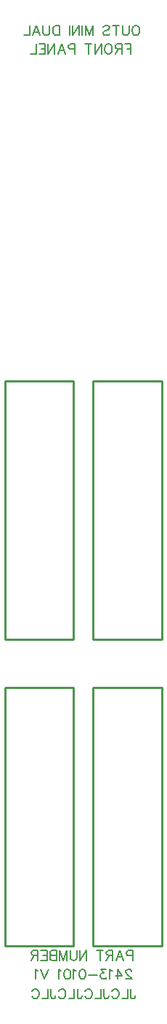
<source format=gbo>
G04 Layer: BottomSilkscreenLayer*
G04 EasyEDA v6.5.34, 2023-08-21 18:11:39*
G04 9e413db91f2042faab6937f58170d6bc,5a6b42c53f6a479593ecc07194224c93,10*
G04 Gerber Generator version 0.2*
G04 Scale: 100 percent, Rotated: No, Reflected: No *
G04 Dimensions in millimeters *
G04 leading zeros omitted , absolute positions ,4 integer and 5 decimal *
%FSLAX45Y45*%
%MOMM*%

%ADD10C,0.2032*%
%ADD11C,0.2540*%

%LPD*%
D10*
X1558290Y883157D02*
G01*
X1558290Y795781D01*
X1563877Y779526D01*
X1569211Y773937D01*
X1580134Y768604D01*
X1591056Y768604D01*
X1601977Y773937D01*
X1607565Y779526D01*
X1612900Y795781D01*
X1612900Y806704D01*
X1522475Y883157D02*
G01*
X1522475Y768604D01*
X1522475Y768604D02*
G01*
X1456943Y768604D01*
X1339088Y855726D02*
G01*
X1344422Y866647D01*
X1355343Y877570D01*
X1366265Y883157D01*
X1388109Y883157D01*
X1399031Y877570D01*
X1409954Y866647D01*
X1415541Y855726D01*
X1420875Y839470D01*
X1420875Y812292D01*
X1415541Y795781D01*
X1409954Y784860D01*
X1399031Y773937D01*
X1388109Y768604D01*
X1366265Y768604D01*
X1355343Y773937D01*
X1344422Y784860D01*
X1339088Y795781D01*
X1248663Y883157D02*
G01*
X1248663Y795781D01*
X1253997Y779526D01*
X1259331Y773937D01*
X1270254Y768604D01*
X1281175Y768604D01*
X1292097Y773937D01*
X1297686Y779526D01*
X1303020Y795781D01*
X1303020Y806704D01*
X1212595Y883157D02*
G01*
X1212595Y768604D01*
X1212595Y768604D02*
G01*
X1147063Y768604D01*
X1029208Y855726D02*
G01*
X1034795Y866647D01*
X1045718Y877570D01*
X1056640Y883157D01*
X1078229Y883157D01*
X1089152Y877570D01*
X1100074Y866647D01*
X1105661Y855726D01*
X1110995Y839470D01*
X1110995Y812292D01*
X1105661Y795781D01*
X1100074Y784860D01*
X1089152Y773937D01*
X1078229Y768604D01*
X1056640Y768604D01*
X1045718Y773937D01*
X1034795Y784860D01*
X1029208Y795781D01*
X938784Y883157D02*
G01*
X938784Y795781D01*
X944118Y779526D01*
X949706Y773937D01*
X960627Y768604D01*
X971550Y768604D01*
X982472Y773937D01*
X987806Y779526D01*
X993140Y795781D01*
X993140Y806704D01*
X902715Y883157D02*
G01*
X902715Y768604D01*
X902715Y768604D02*
G01*
X837184Y768604D01*
X719327Y855726D02*
G01*
X724915Y866647D01*
X735838Y877570D01*
X746759Y883157D01*
X768604Y883157D01*
X779525Y877570D01*
X790447Y866647D01*
X795781Y855726D01*
X801370Y839470D01*
X801370Y812292D01*
X795781Y795781D01*
X790447Y784860D01*
X779525Y773937D01*
X768604Y768604D01*
X746759Y768604D01*
X735838Y773937D01*
X724915Y784860D01*
X719327Y795781D01*
X628904Y883157D02*
G01*
X628904Y795781D01*
X634237Y779526D01*
X639826Y773937D01*
X650747Y768604D01*
X661670Y768604D01*
X672591Y773937D01*
X677925Y779526D01*
X683513Y795781D01*
X683513Y806704D01*
X592836Y883157D02*
G01*
X592836Y768604D01*
X592836Y768604D02*
G01*
X527557Y768604D01*
X409702Y855726D02*
G01*
X415036Y866647D01*
X425957Y877570D01*
X436879Y883157D01*
X458723Y883157D01*
X469645Y877570D01*
X480568Y866647D01*
X485902Y855726D01*
X491489Y839470D01*
X491489Y812292D01*
X485902Y795781D01*
X480568Y784860D01*
X469645Y773937D01*
X458723Y768604D01*
X436879Y768604D01*
X425957Y773937D01*
X415036Y784860D01*
X409702Y795781D01*
X1569346Y1084417D02*
G01*
X1569346Y1089873D01*
X1563890Y1100782D01*
X1558437Y1106236D01*
X1547528Y1111689D01*
X1525709Y1111689D01*
X1514800Y1106236D01*
X1509346Y1100782D01*
X1503890Y1089873D01*
X1503890Y1078964D01*
X1509346Y1068054D01*
X1520253Y1051689D01*
X1574800Y997145D01*
X1498437Y997145D01*
X1407891Y1111689D02*
G01*
X1462435Y1035326D01*
X1380619Y1035326D01*
X1407891Y1111689D02*
G01*
X1407891Y997145D01*
X1344617Y1089873D02*
G01*
X1333710Y1095326D01*
X1317345Y1111689D01*
X1317345Y997145D01*
X1270436Y1111689D02*
G01*
X1210436Y1111689D01*
X1243164Y1068054D01*
X1226799Y1068054D01*
X1215890Y1062598D01*
X1210436Y1057145D01*
X1204983Y1040782D01*
X1204983Y1029873D01*
X1210436Y1013508D01*
X1221346Y1002598D01*
X1237708Y997145D01*
X1254074Y997145D01*
X1270436Y1002598D01*
X1275890Y1008054D01*
X1281346Y1018964D01*
X1168981Y1046236D02*
G01*
X1070800Y1046236D01*
X1002073Y1111689D02*
G01*
X1018438Y1106236D01*
X1029347Y1089873D01*
X1034801Y1062598D01*
X1034801Y1046236D01*
X1029347Y1018964D01*
X1018438Y1002598D01*
X1002073Y997145D01*
X991163Y997145D01*
X974801Y1002598D01*
X963891Y1018964D01*
X958438Y1046236D01*
X958438Y1062598D01*
X963891Y1089873D01*
X974801Y1106236D01*
X991163Y1111689D01*
X1002073Y1111689D01*
X922436Y1089873D02*
G01*
X911529Y1095326D01*
X895164Y1111689D01*
X895164Y997145D01*
X826437Y1111689D02*
G01*
X842802Y1106236D01*
X853711Y1089873D01*
X859165Y1062598D01*
X859165Y1046236D01*
X853711Y1018964D01*
X842802Y1002598D01*
X826437Y997145D01*
X815527Y997145D01*
X799165Y1002598D01*
X788255Y1018964D01*
X782802Y1046236D01*
X782802Y1062598D01*
X788255Y1089873D01*
X799165Y1106236D01*
X815527Y1111689D01*
X826437Y1111689D01*
X746800Y1089873D02*
G01*
X735891Y1095326D01*
X719528Y1111689D01*
X719528Y997145D01*
X599528Y1111689D02*
G01*
X555891Y997145D01*
X512257Y1111689D02*
G01*
X555891Y997145D01*
X476257Y1089873D02*
G01*
X465348Y1095326D01*
X448983Y1111689D01*
X448983Y997145D01*
X1630972Y12059089D02*
G01*
X1641881Y12053636D01*
X1652790Y12042726D01*
X1658246Y12031817D01*
X1663700Y12015454D01*
X1663700Y11988182D01*
X1658246Y11971817D01*
X1652790Y11960908D01*
X1641881Y11949998D01*
X1630972Y11944545D01*
X1609153Y11944545D01*
X1598246Y11949998D01*
X1587337Y11960908D01*
X1581881Y11971817D01*
X1576428Y11988182D01*
X1576428Y12015454D01*
X1581881Y12031817D01*
X1587337Y12042726D01*
X1598246Y12053636D01*
X1609153Y12059089D01*
X1630972Y12059089D01*
X1540428Y12059089D02*
G01*
X1540428Y11977273D01*
X1534972Y11960908D01*
X1524063Y11949998D01*
X1507700Y11944545D01*
X1496791Y11944545D01*
X1480428Y11949998D01*
X1469519Y11960908D01*
X1464063Y11977273D01*
X1464063Y12059089D01*
X1389882Y12059089D02*
G01*
X1389882Y11944545D01*
X1428064Y12059089D02*
G01*
X1351701Y12059089D01*
X1239337Y12042726D02*
G01*
X1250246Y12053636D01*
X1266609Y12059089D01*
X1288427Y12059089D01*
X1304790Y12053636D01*
X1315699Y12042726D01*
X1315699Y12031817D01*
X1310246Y12020908D01*
X1304790Y12015454D01*
X1293883Y12009998D01*
X1261155Y11999089D01*
X1250246Y11993636D01*
X1244790Y11988182D01*
X1239337Y11977273D01*
X1239337Y11960908D01*
X1250246Y11949998D01*
X1266609Y11944545D01*
X1288427Y11944545D01*
X1304790Y11949998D01*
X1315699Y11960908D01*
X1119337Y12059089D02*
G01*
X1119337Y11944545D01*
X1119337Y12059089D02*
G01*
X1075700Y11944545D01*
X1032065Y12059089D02*
G01*
X1075700Y11944545D01*
X1032065Y12059089D02*
G01*
X1032065Y11944545D01*
X996066Y12059089D02*
G01*
X996066Y11944545D01*
X960064Y12059089D02*
G01*
X960064Y11944545D01*
X960064Y12059089D02*
G01*
X883701Y11944545D01*
X883701Y12059089D02*
G01*
X883701Y11944545D01*
X847702Y12059089D02*
G01*
X847702Y11944545D01*
X727702Y12059089D02*
G01*
X727702Y11944545D01*
X727702Y12059089D02*
G01*
X689521Y12059089D01*
X673155Y12053636D01*
X662246Y12042726D01*
X656793Y12031817D01*
X651337Y12015454D01*
X651337Y11988182D01*
X656793Y11971817D01*
X662246Y11960908D01*
X673155Y11949998D01*
X689521Y11944545D01*
X727702Y11944545D01*
X615337Y12059089D02*
G01*
X615337Y11977273D01*
X609884Y11960908D01*
X598975Y11949998D01*
X582612Y11944545D01*
X571703Y11944545D01*
X555337Y11949998D01*
X544428Y11960908D01*
X538975Y11977273D01*
X538975Y12059089D01*
X459338Y12059089D02*
G01*
X502975Y11944545D01*
X459338Y12059089D02*
G01*
X415701Y11944545D01*
X486610Y11982726D02*
G01*
X432066Y11982726D01*
X379702Y12059089D02*
G01*
X379702Y11944545D01*
X379702Y11944545D02*
G01*
X314248Y11944545D01*
X1562100Y11843189D02*
G01*
X1562100Y11728645D01*
X1562100Y11843189D02*
G01*
X1491190Y11843189D01*
X1562100Y11788645D02*
G01*
X1518462Y11788645D01*
X1455191Y11843189D02*
G01*
X1455191Y11728645D01*
X1455191Y11843189D02*
G01*
X1406100Y11843189D01*
X1389735Y11837736D01*
X1384282Y11832282D01*
X1378828Y11821373D01*
X1378828Y11810464D01*
X1384282Y11799554D01*
X1389735Y11794098D01*
X1406100Y11788645D01*
X1455191Y11788645D01*
X1417010Y11788645D02*
G01*
X1378828Y11728645D01*
X1310101Y11843189D02*
G01*
X1321010Y11837736D01*
X1331917Y11826826D01*
X1337373Y11815917D01*
X1342826Y11799554D01*
X1342826Y11772282D01*
X1337373Y11755917D01*
X1331917Y11745008D01*
X1321010Y11734098D01*
X1310101Y11728645D01*
X1288282Y11728645D01*
X1277373Y11734098D01*
X1266464Y11745008D01*
X1261010Y11755917D01*
X1255555Y11772282D01*
X1255555Y11799554D01*
X1261010Y11815917D01*
X1266464Y11826826D01*
X1277373Y11837736D01*
X1288282Y11843189D01*
X1310101Y11843189D01*
X1219555Y11843189D02*
G01*
X1219555Y11728645D01*
X1219555Y11843189D02*
G01*
X1143190Y11728645D01*
X1143190Y11843189D02*
G01*
X1143190Y11728645D01*
X1069009Y11843189D02*
G01*
X1069009Y11728645D01*
X1107191Y11843189D02*
G01*
X1030828Y11843189D01*
X910828Y11843189D02*
G01*
X910828Y11728645D01*
X910828Y11843189D02*
G01*
X861738Y11843189D01*
X845372Y11837736D01*
X839919Y11832282D01*
X834466Y11821373D01*
X834466Y11805008D01*
X839919Y11794098D01*
X845372Y11788645D01*
X861738Y11783189D01*
X910828Y11783189D01*
X754829Y11843189D02*
G01*
X798464Y11728645D01*
X754829Y11843189D02*
G01*
X711192Y11728645D01*
X782101Y11766826D02*
G01*
X727555Y11766826D01*
X675192Y11843189D02*
G01*
X675192Y11728645D01*
X675192Y11843189D02*
G01*
X598830Y11728645D01*
X598830Y11843189D02*
G01*
X598830Y11728645D01*
X562828Y11843189D02*
G01*
X562828Y11728645D01*
X562828Y11843189D02*
G01*
X491919Y11843189D01*
X562828Y11788645D02*
G01*
X519193Y11788645D01*
X562828Y11728645D02*
G01*
X491919Y11728645D01*
X455919Y11843189D02*
G01*
X455919Y11728645D01*
X455919Y11728645D02*
G01*
X390466Y11728645D01*
X1587500Y1327589D02*
G01*
X1587500Y1213045D01*
X1587500Y1327589D02*
G01*
X1538409Y1327589D01*
X1522046Y1322136D01*
X1516590Y1316682D01*
X1511137Y1305773D01*
X1511137Y1289408D01*
X1516590Y1278498D01*
X1522046Y1273045D01*
X1538409Y1267589D01*
X1587500Y1267589D01*
X1431500Y1327589D02*
G01*
X1475135Y1213045D01*
X1431500Y1327589D02*
G01*
X1387863Y1213045D01*
X1458772Y1251226D02*
G01*
X1404228Y1251226D01*
X1351864Y1327589D02*
G01*
X1351864Y1213045D01*
X1351864Y1327589D02*
G01*
X1302773Y1327589D01*
X1286410Y1322136D01*
X1280955Y1316682D01*
X1275501Y1305773D01*
X1275501Y1294864D01*
X1280955Y1283954D01*
X1286410Y1278498D01*
X1302773Y1273045D01*
X1351864Y1273045D01*
X1313682Y1273045D02*
G01*
X1275501Y1213045D01*
X1201318Y1327589D02*
G01*
X1201318Y1213045D01*
X1239499Y1327589D02*
G01*
X1163137Y1327589D01*
X1043137Y1327589D02*
G01*
X1043137Y1213045D01*
X1043137Y1327589D02*
G01*
X966774Y1213045D01*
X966774Y1327589D02*
G01*
X966774Y1213045D01*
X930772Y1327589D02*
G01*
X930772Y1245773D01*
X925319Y1229408D01*
X914410Y1218498D01*
X898047Y1213045D01*
X887138Y1213045D01*
X870772Y1218498D01*
X859866Y1229408D01*
X854410Y1245773D01*
X854410Y1327589D01*
X818410Y1327589D02*
G01*
X818410Y1213045D01*
X818410Y1327589D02*
G01*
X774773Y1213045D01*
X731138Y1327589D02*
G01*
X774773Y1213045D01*
X731138Y1327589D02*
G01*
X731138Y1213045D01*
X695137Y1327589D02*
G01*
X695137Y1213045D01*
X695137Y1327589D02*
G01*
X646046Y1327589D01*
X629683Y1322136D01*
X624230Y1316682D01*
X618774Y1305773D01*
X618774Y1294864D01*
X624230Y1283954D01*
X629683Y1278498D01*
X646046Y1273045D01*
X695137Y1273045D02*
G01*
X646046Y1273045D01*
X629683Y1267589D01*
X624230Y1262136D01*
X618774Y1251226D01*
X618774Y1234864D01*
X624230Y1223954D01*
X629683Y1218498D01*
X646046Y1213045D01*
X695137Y1213045D01*
X582775Y1327589D02*
G01*
X582775Y1213045D01*
X582775Y1327589D02*
G01*
X511865Y1327589D01*
X582775Y1273045D02*
G01*
X539137Y1273045D01*
X582775Y1213045D02*
G01*
X511865Y1213045D01*
X475866Y1327589D02*
G01*
X475866Y1213045D01*
X475866Y1327589D02*
G01*
X426775Y1327589D01*
X410410Y1322136D01*
X404957Y1316682D01*
X399501Y1305773D01*
X399501Y1294864D01*
X404957Y1283954D01*
X410410Y1278498D01*
X426775Y1273045D01*
X475866Y1273045D01*
X437685Y1273045D02*
G01*
X399501Y1213045D01*
D11*
X95300Y4382896D02*
G01*
X895299Y4382896D01*
X895299Y1382902D01*
X95300Y1382902D01*
X95300Y4382896D01*
X95300Y7935391D02*
G01*
X895299Y7935391D01*
X895299Y4935397D01*
X95300Y4935397D01*
X95300Y7935391D01*
X1124000Y7935391D02*
G01*
X1923999Y7935391D01*
X1923999Y4935397D01*
X1124000Y4935397D01*
X1124000Y7935391D01*
X1124000Y4382896D02*
G01*
X1923999Y4382896D01*
X1923999Y1382902D01*
X1124000Y1382902D01*
X1124000Y4382896D01*
M02*

</source>
